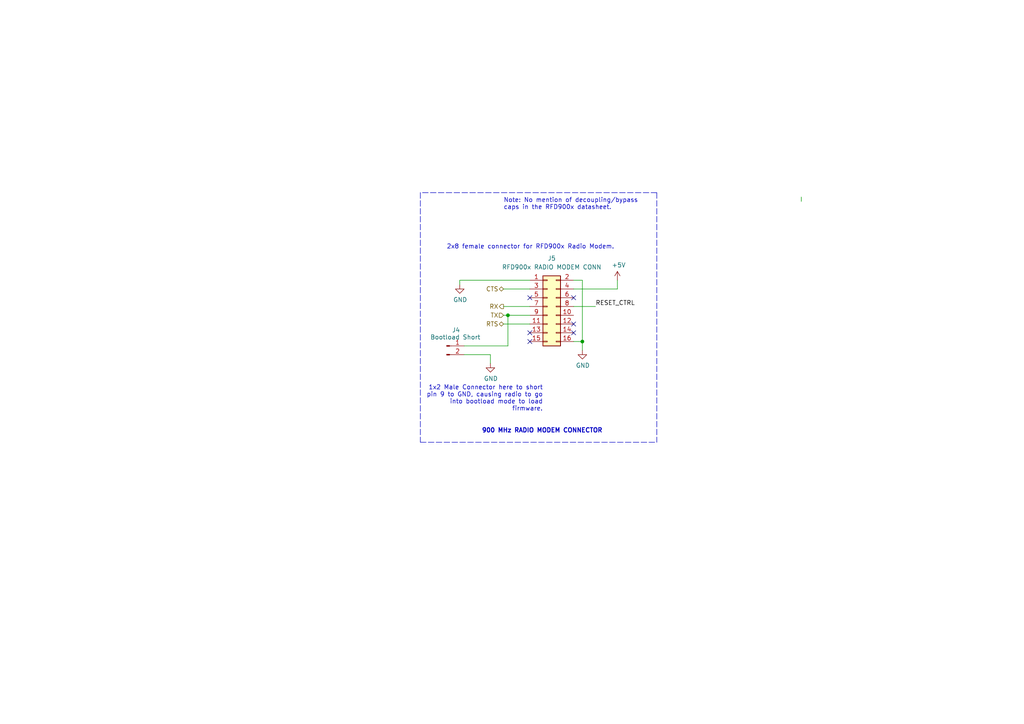
<source format=kicad_sch>
(kicad_sch (version 20211123) (generator eeschema)
  (paper "A4")
  (title_block (title "Live Telemetry Transmitter") (date "2021-10-01") (rev "2.1"))
  (lib_symbols
    (symbol "Connector:Conn_01x02_Male" (pin_names (offset 1.016) hide)
      (property "Reference" "J" (at 0 2.54 0))
      (property "Value" "Conn_01x02_Male" (at 0 -5.08 0))
      (symbol "Conn_01x02_Male_1_1"
        (polyline (pts (xy 1.27 -2.54) (xy 0.8636 -2.54)) (stroke (width 0.1524)))
        (polyline (pts (xy 1.27 0) (xy 0.8636 0)) (stroke (width 0.1524)))
        (rectangle (start 0.8636 -2.413) (end 0 -2.667) (stroke (width 0.1524)) (fill (type outline)))
        (rectangle (start 0.8636 0.127) (end 0 -0.127) (stroke (width 0.1524)) (fill (type outline)))
        (pin passive line (at 5.08 0 180) (length 3.81) (name "Pin_1") (number "1"))
        (pin passive line (at 5.08 -2.54 180) (length 3.81) (name "Pin_2") (number "2"))
      )
    )
    (symbol "Connector_Generic:Conn_02x08_Odd_Even" (pin_names (offset 1.016) hide)
      (property "Reference" "J" (at 1.27 10.16 0))
      (property "Value" "Conn_02x08_Odd_Even" (at 1.27 -12.7 0))
      (symbol "Conn_02x08_Odd_Even_1_1"
        (rectangle (start -1.27 -10.033) (end 0 -10.287) (stroke (width 0.1524)))
        (rectangle (start -1.27 -7.493) (end 0 -7.747) (stroke (width 0.1524)))
        (rectangle (start -1.27 -4.953) (end 0 -5.207) (stroke (width 0.1524)))
        (rectangle (start -1.27 -2.413) (end 0 -2.667) (stroke (width 0.1524)))
        (rectangle (start -1.27 0.127) (end 0 -0.127) (stroke (width 0.1524)))
        (rectangle (start -1.27 2.667) (end 0 2.413) (stroke (width 0.1524)))
        (rectangle (start -1.27 5.207) (end 0 4.953) (stroke (width 0.1524)))
        (rectangle (start -1.27 7.747) (end 0 7.493) (stroke (width 0.1524)))
        (rectangle (start -1.27 8.89) (end 3.81 -11.43) (stroke (width 0.254)) (fill (type background)))
        (rectangle (start 3.81 -10.033) (end 2.54 -10.287) (stroke (width 0.1524)))
        (rectangle (start 3.81 -7.493) (end 2.54 -7.747) (stroke (width 0.1524)))
        (rectangle (start 3.81 -4.953) (end 2.54 -5.207) (stroke (width 0.1524)))
        (rectangle (start 3.81 -2.413) (end 2.54 -2.667) (stroke (width 0.1524)))
        (rectangle (start 3.81 0.127) (end 2.54 -0.127) (stroke (width 0.1524)))
        (rectangle (start 3.81 2.667) (end 2.54 2.413) (stroke (width 0.1524)))
        (rectangle (start 3.81 5.207) (end 2.54 4.953) (stroke (width 0.1524)))
        (rectangle (start 3.81 7.747) (end 2.54 7.493) (stroke (width 0.1524)))
        (pin passive line (at -5.08 7.62 0) (length 3.81) (name "Pin_1") (number "1"))
        (pin passive line (at 7.62 -2.54 180) (length 3.81) (name "Pin_10") (number "10"))
        (pin passive line (at -5.08 -5.08 0) (length 3.81) (name "Pin_11") (number "11"))
        (pin passive line (at 7.62 -5.08 180) (length 3.81) (name "Pin_12") (number "12"))
        (pin passive line (at -5.08 -7.62 0) (length 3.81) (name "Pin_13") (number "13"))
        (pin passive line (at 7.62 -7.62 180) (length 3.81) (name "Pin_14") (number "14"))
        (pin passive line (at -5.08 -10.16 0) (length 3.81) (name "Pin_15") (number "15"))
        (pin passive line (at 7.62 -10.16 180) (length 3.81) (name "Pin_16") (number "16"))
        (pin passive line (at 7.62 7.62 180) (length 3.81) (name "Pin_2") (number "2"))
        (pin passive line (at -5.08 5.08 0) (length 3.81) (name "Pin_3") (number "3"))
        (pin passive line (at 7.62 5.08 180) (length 3.81) (name "Pin_4") (number "4"))
        (pin passive line (at -5.08 2.54 0) (length 3.81) (name "Pin_5") (number "5"))
        (pin passive line (at 7.62 2.54 180) (length 3.81) (name "Pin_6") (number "6"))
        (pin passive line (at -5.08 0 0) (length 3.81) (name "Pin_7") (number "7"))
        (pin passive line (at 7.62 0 180) (length 3.81) (name "Pin_8") (number "8"))
        (pin passive line (at -5.08 -2.54 0) (length 3.81) (name "Pin_9") (number "9"))
      )
    )
    (symbol "power:+5V" (power) (pin_names (offset 0))
      (property "Value" "+5V" (at 0 3.556 0))
      (symbol "+5V_0_1"
        (polyline (pts (xy -0.762 1.27) (xy 0 2.54)))
        (polyline (pts (xy 0 0) (xy 0 2.54)))
        (polyline (pts (xy 0 2.54) (xy 0.762 1.27)))
      )
      (symbol "+5V_1_1"
        (pin power_in line (at 0 0 90) (length 0) hide (name "+5V") (number "1"))
      )
    )
    (symbol "power:GND" (power) (pin_names (offset 0))
      (property "Value" "GND" (at 0 -3.81 0))
      (symbol "GND_0_1"
        (polyline (pts (xy 0 0) (xy 0 -1.27) (xy 1.27 -1.27) (xy 0 -2.54) (xy -1.27 -1.27) (xy 0 -1.27)))
      )
      (symbol "GND_1_1"
        (pin power_in line (at 0 0 270) (length 0) hide (name "GND") (number "1"))
      )
    )
  )
  (junction (at 147.32 91.44))
  (junction (at 168.91 99.06))
  (no_connect (at 153.67 86.36))
  (no_connect (at 166.37 93.98))
  (no_connect (at 153.67 96.52))
  (no_connect (at 166.37 96.52))
  (no_connect (at 166.37 86.36))
  (no_connect (at 153.67 99.06))
  (wire (pts (xy 153.67 81.28) (xy 133.35 81.28)))
  (wire (pts (xy 166.37 81.28) (xy 168.91 81.28)))
  (wire (pts (xy 146.05 93.98) (xy 153.67 93.98)))
  (wire (pts (xy 142.24 102.87) (xy 142.24 105.41)))
  (wire (pts (xy 133.35 81.28) (xy 133.35 82.55)))
  (wire (pts (xy 232.41 58.42) (xy 232.41 57.15)))
  (wire (pts (xy 146.05 88.9) (xy 153.67 88.9)))
  (wire (pts (xy 179.07 83.82) (xy 166.37 83.82)))
  (wire (pts (xy 168.91 99.06) (xy 168.91 101.6)))
  (polyline (pts (xy 190.5 55.88) (xy 121.92 55.88)))
  (wire (pts (xy 166.37 99.06) (xy 168.91 99.06)))
  (wire (pts (xy 134.62 100.33) (xy 147.32 100.33)))
  (polyline (pts (xy 121.92 55.88) (xy 121.92 128.27)))
  (wire (pts (xy 142.24 102.87) (xy 134.62 102.87)))
  (polyline (pts (xy 190.5 55.88) (xy 190.5 128.27)))
  (wire (pts (xy 147.32 91.44) (xy 147.32 100.33)))
  (wire (pts (xy 179.07 83.82) (xy 179.07 81.28)))
  (wire (pts (xy 168.91 81.28) (xy 168.91 99.06)))
  (wire (pts (xy 146.05 83.82) (xy 153.67 83.82)))
  (wire (pts (xy 153.67 91.44) (xy 147.32 91.44)))
  (wire (pts (xy 166.37 88.9) (xy 172.72 88.9)))
  (wire (pts (xy 147.32 91.44) (xy 146.05 91.44)))
  (polyline (pts (xy 121.92 128.27) (xy 190.5 128.27)))
  (text "2x8 female connector for RFD900x Radio Modem." (at 129.54 72.39 0) (effects (font (size 1.27 1.27)) (justify left bottom)))
  (text "Note: No mention of decoupling/bypass\ncaps in the RFD900x datasheet." (at 146.05 60.96 0) (effects (font (size 1.27 1.27)) (justify left bottom)))
  (text "1x2 Male Connector here to short\npin 9 to GND, causing radio to go\ninto bootload mode to load\nfirmware." (at 157.48 119.38 0) (effects (font (size 1.27 1.27)) (justify right bottom)))
  (text "900 MHz RADIO MODEM CONNECTOR" (at 139.7 125.73 0) (effects (font (size 1.27 1.27) (thickness 0.254) bold) (justify left bottom)))
  (label "RESET_CTRL" (at 172.72 88.9 0))
  (hierarchical_label "RX" (shape output) (at 146.05 88.9 180))
  (hierarchical_label "CTS" (shape bidirectional) (at 146.05 83.82 180))
  (hierarchical_label "TX" (shape input) (at 146.05 91.44 180))
  (hierarchical_label "RTS" (shape bidirectional) (at 146.05 93.98 180))
  (symbol (lib_id "Connector:Conn_01x02_Male") (at 129.54 100.33 0) (unit 1)
    (property "Reference" "J4" (at 132.2832 95.7326 0))
    (property "Value" "Bootload Short" (at 132.08 97.79 0))
    (property "Footprint" "Connector_PinHeader_2.54mm:PinHeader_1x02_P2.54mm_Vertical" (effects hide))
  )
  (symbol (lib_id "power:GND") (at 142.24 105.41 0) (unit 1)
    (property "Reference" "#PWR048" (effects hide))
    (property "Value" "GND" (at 142.367 109.8042 0))
  )
  (symbol (lib_id "Connector_Generic:Conn_02x08_Odd_Even") (at 158.75 88.9 0) (unit 1)
    (property "Reference" "J5" (at 160.02 74.93 0))
    (property "Value" "RFD900x RADIO MODEM CONN" (at 160.02 77.47 0))
    (property "Footprint" "Connector_PinSocket_2.54mm:PinSocket_2x08_P2.54mm_Horizontal" (effects hide))
  )
  (symbol (lib_id "power:GND") (at 168.91 101.6 0) (unit 1)
    (property "Reference" "#PWR0102" (effects hide))
    (property "Value" "GND" (at 169.037 105.9942 0))
  )
  (symbol (lib_id "power:GND") (at 133.35 82.55 0) (unit 1)
    (property "Reference" "#PWR0101" (effects hide))
    (property "Value" "GND" (at 133.477 86.9442 0))
  )
  (symbol (lib_id "power:+5V") (at 179.07 81.28 0) (unit 1)
    (property "Reference" "#PWR0103" (effects hide))
    (property "Value" "+5V" (at 179.451 76.8858 0))
  )
)
</source>
